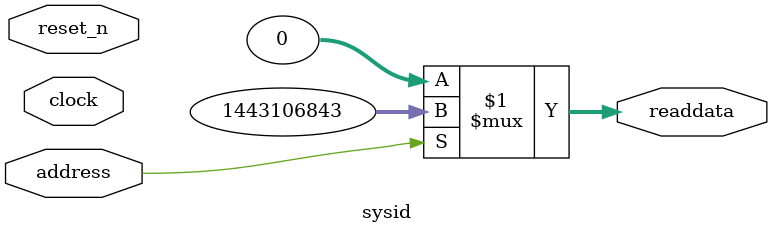
<source format=v>

`timescale 1ns / 1ps
// synthesis translate_on

// turn off superfluous verilog processor warnings 
// altera message_level Level1 
// altera message_off 10034 10035 10036 10037 10230 10240 10030 

module sysid (
               // inputs:
                address,
                clock,
                reset_n,

               // outputs:
                readdata
             )
;

  output  [ 31: 0] readdata;
  input            address;
  input            clock;
  input            reset_n;

  wire    [ 31: 0] readdata;
  //control_slave, which is an e_avalon_slave
  assign readdata = address ? 1443106843 : 0;

endmodule


</source>
